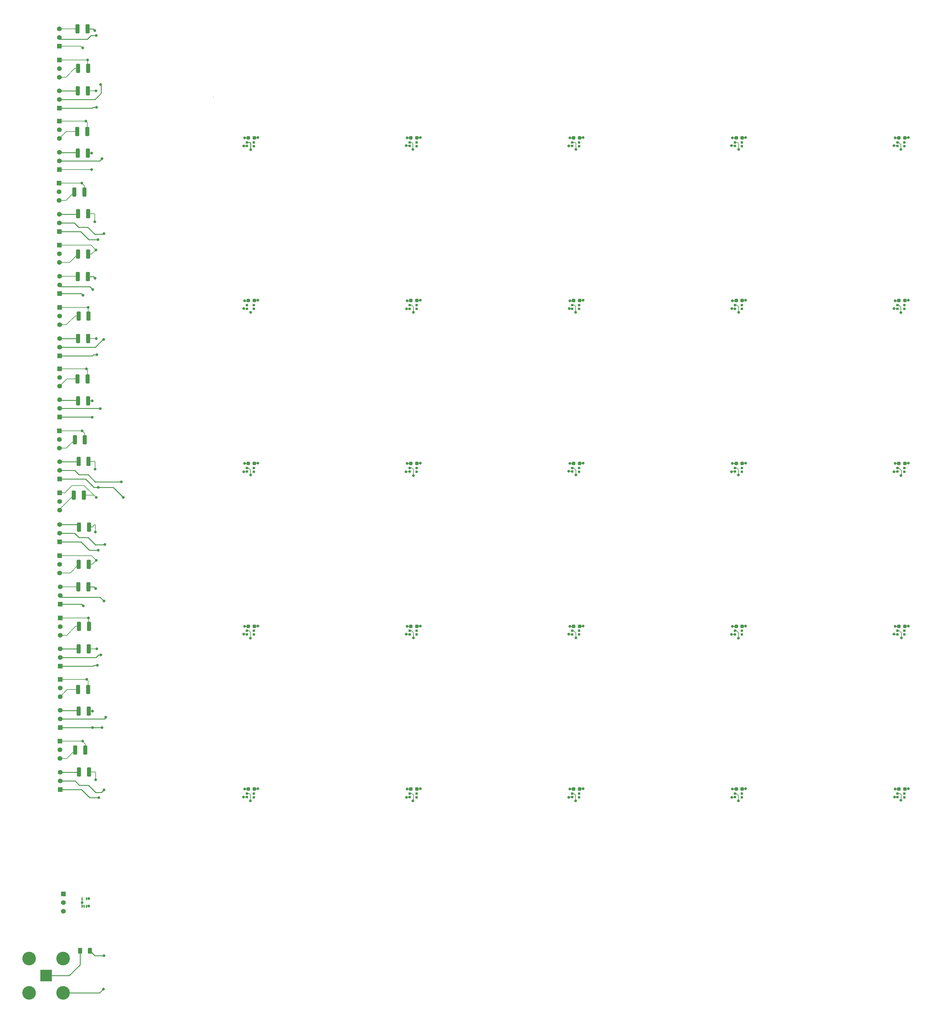
<source format=gbr>
%TF.GenerationSoftware,KiCad,Pcbnew,(6.0.8-1)-1*%
%TF.CreationDate,2024-05-08T11:05:11-04:00*%
%TF.ProjectId,Untitled,556e7469-746c-4656-942e-6b696361645f,rev?*%
%TF.SameCoordinates,Original*%
%TF.FileFunction,Copper,L1,Top*%
%TF.FilePolarity,Positive*%
%FSLAX46Y46*%
G04 Gerber Fmt 4.6, Leading zero omitted, Abs format (unit mm)*
G04 Created by KiCad (PCBNEW (6.0.8-1)-1) date 2024-05-08 11:05:11*
%MOMM*%
%LPD*%
G01*
G04 APERTURE LIST*
G04 Aperture macros list*
%AMRoundRect*
0 Rectangle with rounded corners*
0 $1 Rounding radius*
0 $2 $3 $4 $5 $6 $7 $8 $9 X,Y pos of 4 corners*
0 Add a 4 corners polygon primitive as box body*
4,1,4,$2,$3,$4,$5,$6,$7,$8,$9,$2,$3,0*
0 Add four circle primitives for the rounded corners*
1,1,$1+$1,$2,$3*
1,1,$1+$1,$4,$5*
1,1,$1+$1,$6,$7*
1,1,$1+$1,$8,$9*
0 Add four rect primitives between the rounded corners*
20,1,$1+$1,$2,$3,$4,$5,0*
20,1,$1+$1,$4,$5,$6,$7,0*
20,1,$1+$1,$6,$7,$8,$9,0*
20,1,$1+$1,$8,$9,$2,$3,0*%
G04 Aperture macros list end*
%TA.AperFunction,SMDPad,CuDef*%
%ADD10RoundRect,0.250000X-0.312500X-0.625000X0.312500X-0.625000X0.312500X0.625000X-0.312500X0.625000X0*%
%TD*%
%TA.AperFunction,ComponentPad*%
%ADD11R,1.397000X1.397000*%
%TD*%
%TA.AperFunction,ComponentPad*%
%ADD12C,1.397000*%
%TD*%
%TA.AperFunction,ComponentPad*%
%ADD13R,3.500000X3.500000*%
%TD*%
%TA.AperFunction,ComponentPad*%
%ADD14C,4.000000*%
%TD*%
%TA.AperFunction,SMDPad,CuDef*%
%ADD15RoundRect,0.087500X-0.087500X-0.337500X0.087500X-0.337500X0.087500X0.337500X-0.087500X0.337500X0*%
%TD*%
%TA.AperFunction,SMDPad,CuDef*%
%ADD16RoundRect,0.237500X-0.287500X-0.237500X0.287500X-0.237500X0.287500X0.237500X-0.287500X0.237500X0*%
%TD*%
%TA.AperFunction,SMDPad,CuDef*%
%ADD17R,0.700000X0.700000*%
%TD*%
%TA.AperFunction,SMDPad,CuDef*%
%ADD18RoundRect,0.250000X-0.325000X-1.100000X0.325000X-1.100000X0.325000X1.100000X-0.325000X1.100000X0*%
%TD*%
%TA.AperFunction,ViaPad*%
%ADD19C,0.800000*%
%TD*%
%TA.AperFunction,Conductor*%
%ADD20C,0.250000*%
%TD*%
%TA.AperFunction,Conductor*%
%ADD21C,0.200000*%
%TD*%
G04 APERTURE END LIST*
D10*
%TO.P,50 \u03A9,1*%
%TO.N,N/C*%
X65337500Y-306800000D03*
%TO.P,50 \u03A9,2*%
X68262500Y-306800000D03*
%TD*%
D11*
%TO.P,REF\u002A\u002A,1*%
%TO.N,N/C*%
X60437600Y-290100000D03*
D12*
%TO.P,REF\u002A\u002A,2*%
X60437600Y-292640000D03*
%TO.P,REF\u002A\u002A,3*%
X60437600Y-295180000D03*
%TD*%
D13*
%TO.P,LEDs,1*%
%TO.N,N/C*%
X55387500Y-314087500D03*
D14*
%TO.P,LEDs,2*%
X60412500Y-319112500D03*
X60412500Y-309062500D03*
X50362500Y-319112500D03*
X50362500Y-309062500D03*
%TD*%
D15*
%TO.P,Temp1,1*%
%TO.N,N/C*%
X65937500Y-293687500D03*
%TO.P,Temp1,2*%
X66587500Y-293687500D03*
%TO.P,Temp1,3*%
X67237500Y-293687500D03*
%TO.P,Temp1,4*%
X67237500Y-291487500D03*
%TO.P,Temp1,5*%
X65937500Y-291487500D03*
%TD*%
%TO.P,,3*%
%TO.N,N/C*%
X67237500Y-293687500D03*
%TD*%
D16*
%TO.P,REF\u002A\u002A21,1*%
%TO.N,N/C*%
X162615000Y-259275000D03*
D17*
X164242500Y-260610000D03*
%TO.P,REF\u002A\u002A21,2*%
X162217500Y-260610000D03*
D16*
X164365000Y-259275000D03*
D17*
%TO.P,REF\u002A\u002A21,3*%
X162217500Y-261660000D03*
%TO.P,REF\u002A\u002A21,4*%
X164242500Y-261710000D03*
%TD*%
D18*
%TO.P,10 nF,1*%
%TO.N,N/C*%
X64975000Y-218150000D03*
%TO.P,10 nF,2*%
X67925000Y-218150000D03*
%TD*%
%TO.P,10 nF,1*%
%TO.N,N/C*%
X63525000Y-173000000D03*
%TO.P,10 nF,2*%
X66475000Y-173000000D03*
%TD*%
D16*
%TO.P,REF\u002A\u002A20,1*%
%TO.N,N/C*%
X114815000Y-259275000D03*
D17*
X116442500Y-260610000D03*
%TO.P,REF\u002A\u002A20,2*%
X114417500Y-260610000D03*
D16*
X116565000Y-259275000D03*
D17*
%TO.P,REF\u002A\u002A20,3*%
X114417500Y-261660000D03*
%TO.P,REF\u002A\u002A20,4*%
X116442500Y-261710000D03*
%TD*%
D18*
%TO.P,10 nF,1*%
%TO.N,N/C*%
X64825000Y-102200000D03*
%TO.P,10 nF,2*%
X67775000Y-102200000D03*
%TD*%
D11*
%TO.P,REF\u002A\u002A,1*%
%TO.N,N/C*%
X59500100Y-241237500D03*
D12*
%TO.P,REF\u002A\u002A,2*%
X59500100Y-238697500D03*
%TO.P,REF\u002A\u002A,3*%
X59500100Y-236157500D03*
%TD*%
D18*
%TO.P,10 nF,1*%
%TO.N,N/C*%
X64825000Y-127000000D03*
%TO.P,10 nF,2*%
X67775000Y-127000000D03*
%TD*%
D17*
%TO.P,REF\u002A\u002A5,1*%
%TO.N,N/C*%
X116442500Y-117210000D03*
D16*
X114815000Y-115875000D03*
D17*
%TO.P,REF\u002A\u002A5,2*%
X114417500Y-117210000D03*
D16*
X116565000Y-115875000D03*
D17*
%TO.P,REF\u002A\u002A5,3*%
X114417500Y-118260000D03*
%TO.P,REF\u002A\u002A5,4*%
X116442500Y-118310000D03*
%TD*%
D16*
%TO.P,REF\u002A\u002A3,1*%
%TO.N,N/C*%
X258215000Y-68075000D03*
D17*
X259842500Y-69410000D03*
D16*
%TO.P,REF\u002A\u002A3,2*%
X259965000Y-68075000D03*
D17*
X257817500Y-69410000D03*
%TO.P,REF\u002A\u002A3,3*%
X257817500Y-70460000D03*
%TO.P,REF\u002A\u002A3,4*%
X259842500Y-70510000D03*
%TD*%
D18*
%TO.P,10 nF,1*%
%TO.N,N/C*%
X64975000Y-193350000D03*
%TO.P,10 nF,2*%
X67925000Y-193350000D03*
%TD*%
D11*
%TO.P,REF\u002A\u002A,1*%
%TO.N,N/C*%
X59400100Y-186737500D03*
D12*
%TO.P,REF\u002A\u002A,2*%
X59400100Y-184197500D03*
%TO.P,REF\u002A\u002A,3*%
X59400100Y-181657500D03*
%TD*%
D16*
%TO.P,REF\u002A\u002A4,1*%
%TO.N,N/C*%
X306015000Y-68075000D03*
D17*
X307642500Y-69410000D03*
D16*
%TO.P,REF\u002A\u002A4,2*%
X307765000Y-68075000D03*
D17*
X305617500Y-69410000D03*
%TO.P,REF\u002A\u002A4,3*%
X305617500Y-70460000D03*
%TO.P,REF\u002A\u002A4,4*%
X307642500Y-70510000D03*
%TD*%
D18*
%TO.P,10 nF,1*%
%TO.N,N/C*%
X64875000Y-199950000D03*
%TO.P,10 nF,2*%
X67825000Y-199950000D03*
%TD*%
D17*
%TO.P,REF\u002A\u002A2,1*%
%TO.N,N/C*%
X212042500Y-69410000D03*
D16*
X210415000Y-68075000D03*
D17*
%TO.P,REF\u002A\u002A2,2*%
X210017500Y-69410000D03*
D16*
X212165000Y-68075000D03*
D17*
%TO.P,REF\u002A\u002A2,3*%
X210017500Y-70460000D03*
%TO.P,REF\u002A\u002A2,4*%
X212042500Y-70510000D03*
%TD*%
D16*
%TO.P,REF\u002A\u002A19,1*%
%TO.N,N/C*%
X306015000Y-211475000D03*
D17*
X307642500Y-212810000D03*
D16*
%TO.P,REF\u002A\u002A19,2*%
X307765000Y-211475000D03*
D17*
X305617500Y-212810000D03*
%TO.P,REF\u002A\u002A19,3*%
X305617500Y-213860000D03*
%TO.P,REF\u002A\u002A19,4*%
X307642500Y-213910000D03*
%TD*%
D18*
%TO.P,10 nF,1*%
%TO.N,N/C*%
X65075000Y-211550000D03*
%TO.P,10 nF,2*%
X68025000Y-211550000D03*
%TD*%
%TO.P,10 nF,1*%
%TO.N,N/C*%
X64625000Y-36100000D03*
%TO.P,10 nF,2*%
X67575000Y-36100000D03*
%TD*%
D17*
%TO.P,REF\u002A\u002A7,1*%
%TO.N,N/C*%
X212042500Y-117210000D03*
D16*
X210415000Y-115875000D03*
D17*
%TO.P,REF\u002A\u002A7,2*%
X210017500Y-117210000D03*
D16*
X212165000Y-115875000D03*
D17*
%TO.P,REF\u002A\u002A7,3*%
X210017500Y-118260000D03*
%TO.P,REF\u002A\u002A7,4*%
X212042500Y-118310000D03*
%TD*%
%TO.P,REF\u002A\u002A8,1*%
%TO.N,N/C*%
X259842500Y-117210000D03*
D16*
X258215000Y-115875000D03*
%TO.P,REF\u002A\u002A8,2*%
X259965000Y-115875000D03*
D17*
X257817500Y-117210000D03*
%TO.P,REF\u002A\u002A8,3*%
X257817500Y-118260000D03*
%TO.P,REF\u002A\u002A8,4*%
X259842500Y-118310000D03*
%TD*%
D16*
%TO.P,REF\u002A\u002A14,1*%
%TO.N,N/C*%
X306015000Y-163675000D03*
D17*
X307642500Y-165010000D03*
%TO.P,REF\u002A\u002A14,2*%
X305617500Y-165010000D03*
D16*
X307765000Y-163675000D03*
D17*
%TO.P,REF\u002A\u002A14,3*%
X305617500Y-166060000D03*
%TO.P,REF\u002A\u002A14,4*%
X307642500Y-166110000D03*
%TD*%
%TO.P,REF\u002A\u002A23,1*%
%TO.N,N/C*%
X259842500Y-260610000D03*
D16*
X258215000Y-259275000D03*
D17*
%TO.P,REF\u002A\u002A23,2*%
X257817500Y-260610000D03*
D16*
X259965000Y-259275000D03*
D17*
%TO.P,REF\u002A\u002A23,3*%
X257817500Y-261660000D03*
%TO.P,REF\u002A\u002A23,4*%
X259842500Y-261710000D03*
%TD*%
%TO.P,REF\u002A\u002A24,1*%
%TO.N,N/C*%
X307642500Y-260610000D03*
D16*
X306015000Y-259275000D03*
D17*
%TO.P,REF\u002A\u002A24,2*%
X305617500Y-260610000D03*
D16*
X307765000Y-259275000D03*
D17*
%TO.P,REF\u002A\u002A24,3*%
X305617500Y-261660000D03*
%TO.P,REF\u002A\u002A24,4*%
X307642500Y-261710000D03*
%TD*%
%TO.P,REF\u002A\u002A16,1*%
%TO.N,N/C*%
X164242500Y-212810000D03*
D16*
X162615000Y-211475000D03*
%TO.P,REF\u002A\u002A16,2*%
X164365000Y-211475000D03*
D17*
X162217500Y-212810000D03*
%TO.P,REF\u002A\u002A16,3*%
X162217500Y-213860000D03*
%TO.P,REF\u002A\u002A16,4*%
X164242500Y-213910000D03*
%TD*%
D18*
%TO.P,10 nF,1*%
%TO.N,N/C*%
X65025000Y-182400000D03*
%TO.P,10 nF,2*%
X67975000Y-182400000D03*
%TD*%
%TO.P,10 nF,1*%
%TO.N,N/C*%
X64975000Y-236450000D03*
%TO.P,10 nF,2*%
X67925000Y-236450000D03*
%TD*%
%TO.P,10 nF,1*%
%TO.N,N/C*%
X64525000Y-66200000D03*
%TO.P,10 nF,2*%
X67475000Y-66200000D03*
%TD*%
D11*
%TO.P,REF\u002A\u002A,1*%
%TO.N,N/C*%
X59350100Y-132087500D03*
D12*
%TO.P,REF\u002A\u002A,2*%
X59350100Y-129547500D03*
%TO.P,REF\u002A\u002A,3*%
X59350100Y-127007500D03*
%TD*%
D11*
%TO.P,REF\u002A\u002A,1*%
%TO.N,N/C*%
X59500100Y-204977500D03*
D12*
%TO.P,REF\u002A\u002A,2*%
X59500100Y-202437500D03*
%TO.P,REF\u002A\u002A,3*%
X59500100Y-199897500D03*
%TD*%
D11*
%TO.P,REF\u002A\u002A,1*%
%TO.N,N/C*%
X59350100Y-113827500D03*
D12*
%TO.P,REF\u002A\u002A,2*%
X59350100Y-111287500D03*
%TO.P,REF\u002A\u002A,3*%
X59350100Y-108747500D03*
%TD*%
D17*
%TO.P,REF\u002A\u002A10,1*%
%TO.N,N/C*%
X116442500Y-165010000D03*
D16*
X114815000Y-163675000D03*
%TO.P,REF\u002A\u002A10,2*%
X116565000Y-163675000D03*
D17*
X114417500Y-165010000D03*
%TO.P,REF\u002A\u002A10,3*%
X114417500Y-166060000D03*
%TO.P,REF\u002A\u002A10,4*%
X116442500Y-166110000D03*
%TD*%
D18*
%TO.P,10 nF,1*%
%TO.N,N/C*%
X64825000Y-90400000D03*
%TO.P,10 nF,2*%
X67775000Y-90400000D03*
%TD*%
D17*
%TO.P,REF\u002A\u002A6,1*%
%TO.N,N/C*%
X164242500Y-117210000D03*
D16*
X162615000Y-115875000D03*
%TO.P,REF\u002A\u002A6,2*%
X164365000Y-115875000D03*
D17*
X162217500Y-117210000D03*
%TO.P,REF\u002A\u002A6,3*%
X162217500Y-118260000D03*
%TO.P,REF\u002A\u002A6,4*%
X164242500Y-118310000D03*
%TD*%
D11*
%TO.P,REF\u002A\u002A,1*%
%TO.N,N/C*%
X59250100Y-41127500D03*
D12*
%TO.P,REF\u002A\u002A,2*%
X59250100Y-38587500D03*
%TO.P,REF\u002A\u002A,3*%
X59250100Y-36047500D03*
%TD*%
D17*
%TO.P,REF\u002A\u002A17,1*%
%TO.N,N/C*%
X212042500Y-212810000D03*
D16*
X210415000Y-211475000D03*
D17*
%TO.P,REF\u002A\u002A17,2*%
X210017500Y-212810000D03*
D16*
X212165000Y-211475000D03*
D17*
%TO.P,REF\u002A\u002A17,3*%
X210017500Y-213860000D03*
%TO.P,REF\u002A\u002A17,4*%
X212042500Y-213910000D03*
%TD*%
D11*
%TO.P,REF\u002A\u002A,1*%
%TO.N,N/C*%
X59350100Y-150087500D03*
D12*
%TO.P,REF\u002A\u002A,2*%
X59350100Y-147547500D03*
%TO.P,REF\u002A\u002A,3*%
X59350100Y-145007500D03*
%TD*%
D18*
%TO.P,10 nF,1*%
%TO.N,N/C*%
X63825000Y-156700000D03*
%TO.P,10 nF,2*%
X66775000Y-156700000D03*
%TD*%
%TO.P,10 nF,1*%
%TO.N,N/C*%
X64825000Y-47700000D03*
%TO.P,10 nF,2*%
X67775000Y-47700000D03*
%TD*%
%TO.P,10 nF,1*%
%TO.N,N/C*%
X64725000Y-72600000D03*
%TO.P,10 nF,2*%
X67675000Y-72600000D03*
%TD*%
%TO.P,10 nF,1*%
%TO.N,N/C*%
X64625000Y-138900000D03*
%TO.P,10 nF,2*%
X67575000Y-138900000D03*
%TD*%
%TO.P,10 nF,1*%
%TO.N,N/C*%
X64725000Y-54300000D03*
%TO.P,10 nF,2*%
X67675000Y-54300000D03*
%TD*%
D11*
%TO.P,REF\u002A\u002A,1*%
%TO.N,N/C*%
X59350100Y-168287500D03*
D12*
%TO.P,REF\u002A\u002A,2*%
X59350100Y-165747500D03*
%TO.P,REF\u002A\u002A,3*%
X59350100Y-163207500D03*
%TD*%
D18*
%TO.P,10 nF,1*%
%TO.N,N/C*%
X63725000Y-84000000D03*
%TO.P,10 nF,2*%
X66675000Y-84000000D03*
%TD*%
D11*
%TO.P,REF\u002A\u002A,1*%
%TO.N,N/C*%
X59250100Y-95587500D03*
D12*
%TO.P,REF\u002A\u002A,2*%
X59250100Y-93047500D03*
%TO.P,REF\u002A\u002A,3*%
X59250100Y-90507500D03*
%TD*%
D16*
%TO.P,REF\u002A\u002A12,1*%
%TO.N,N/C*%
X210415000Y-163675000D03*
D17*
X212042500Y-165010000D03*
D16*
%TO.P,REF\u002A\u002A12,2*%
X212165000Y-163675000D03*
D17*
X210017500Y-165010000D03*
%TO.P,REF\u002A\u002A12,3*%
X210017500Y-166060000D03*
%TO.P,REF\u002A\u002A12,4*%
X212042500Y-166110000D03*
%TD*%
D16*
%TO.P,REF\u002A\u002A22,1*%
%TO.N,N/C*%
X210415000Y-259275000D03*
D17*
X212042500Y-260610000D03*
%TO.P,REF\u002A\u002A22,2*%
X210017500Y-260610000D03*
D16*
X212165000Y-259275000D03*
D17*
%TO.P,REF\u002A\u002A22,3*%
X210017500Y-261660000D03*
%TO.P,REF\u002A\u002A22,4*%
X212042500Y-261710000D03*
%TD*%
D18*
%TO.P,10 nF,1*%
%TO.N,N/C*%
X64775000Y-230050000D03*
%TO.P,10 nF,2*%
X67725000Y-230050000D03*
%TD*%
D17*
%TO.P,REF\u002A\u002A15,1*%
%TO.N,N/C*%
X116442500Y-212810000D03*
D16*
X114815000Y-211475000D03*
D17*
%TO.P,REF\u002A\u002A15,2*%
X114417500Y-212810000D03*
D16*
X116565000Y-211475000D03*
D17*
%TO.P,REF\u002A\u002A15,3*%
X114417500Y-213860000D03*
%TO.P,REF\u002A\u002A15,4*%
X116442500Y-213910000D03*
%TD*%
D18*
%TO.P,10 nF,1*%
%TO.N,N/C*%
X64925000Y-120400000D03*
%TO.P,10 nF,2*%
X67875000Y-120400000D03*
%TD*%
%TO.P,10 nF,1*%
%TO.N,N/C*%
X65075000Y-254250000D03*
%TO.P,10 nF,2*%
X68025000Y-254250000D03*
%TD*%
D11*
%TO.P,REF\u002A\u002A,1*%
%TO.N,N/C*%
X59250100Y-77387500D03*
D12*
%TO.P,REF\u002A\u002A,2*%
X59250100Y-74847500D03*
%TO.P,REF\u002A\u002A,3*%
X59250100Y-72307500D03*
%TD*%
D16*
%TO.P,REF\u002A\u002A9,1*%
%TO.N,N/C*%
X306015000Y-115875000D03*
D17*
X307642500Y-117210000D03*
%TO.P,REF\u002A\u002A9,2*%
X305617500Y-117210000D03*
D16*
X307765000Y-115875000D03*
D17*
%TO.P,REF\u002A\u002A9,3*%
X305617500Y-118260000D03*
%TO.P,REF\u002A\u002A9,4*%
X307642500Y-118310000D03*
%TD*%
%TO.P,REF\u002A\u002A13,1*%
%TO.N,N/C*%
X259842500Y-165010000D03*
D16*
X258215000Y-163675000D03*
D17*
%TO.P,REF\u002A\u002A13,2*%
X257817500Y-165010000D03*
D16*
X259965000Y-163675000D03*
D17*
%TO.P,REF\u002A\u002A13,3*%
X257817500Y-166060000D03*
%TO.P,REF\u002A\u002A13,4*%
X259842500Y-166110000D03*
%TD*%
D18*
%TO.P,10 nF,1*%
%TO.N,N/C*%
X63975000Y-247850000D03*
%TO.P,10 nF,2*%
X66925000Y-247850000D03*
%TD*%
D17*
%TO.P,REF\u002A\u002A1,1*%
%TO.N,N/C*%
X164242500Y-69410000D03*
D16*
X162615000Y-68075000D03*
%TO.P,REF\u002A\u002A1,2*%
X164365000Y-68075000D03*
D17*
X162217500Y-69410000D03*
%TO.P,REF\u002A\u002A1,3*%
X162217500Y-70460000D03*
%TO.P,REF\u002A\u002A1,4*%
X164242500Y-70510000D03*
%TD*%
D18*
%TO.P,10 nF,1*%
%TO.N,N/C*%
X64825000Y-145300000D03*
%TO.P,10 nF,2*%
X67775000Y-145300000D03*
%TD*%
D11*
%TO.P,REF\u002A\u002A,1*%
%TO.N,N/C*%
X59250100Y-59387500D03*
D12*
%TO.P,REF\u002A\u002A,2*%
X59250100Y-56847500D03*
%TO.P,REF\u002A\u002A,3*%
X59250100Y-54307500D03*
%TD*%
D16*
%TO.P,REF\u002A\u002A18,1*%
%TO.N,N/C*%
X258215000Y-211475000D03*
D17*
X259842500Y-212810000D03*
%TO.P,REF\u002A\u002A18,2*%
X257817500Y-212810000D03*
D16*
X259965000Y-211475000D03*
D17*
%TO.P,REF\u002A\u002A18,3*%
X257817500Y-213860000D03*
%TO.P,REF\u002A\u002A18,4*%
X259842500Y-213910000D03*
%TD*%
D11*
%TO.P,REF\u002A\u002A,1*%
%TO.N,N/C*%
X59500100Y-223237500D03*
D12*
%TO.P,REF\u002A\u002A,2*%
X59500100Y-220697500D03*
%TO.P,REF\u002A\u002A,3*%
X59500100Y-218157500D03*
%TD*%
D11*
%TO.P,REF\u002A\u002A,1*%
%TO.N,N/C*%
X59500100Y-259437500D03*
D12*
%TO.P,REF\u002A\u002A,2*%
X59500100Y-256897500D03*
%TO.P,REF\u002A\u002A,3*%
X59500100Y-254357500D03*
%TD*%
D18*
%TO.P,10 nF,1*%
%TO.N,N/C*%
X64725000Y-108800000D03*
%TO.P,10 nF,2*%
X67675000Y-108800000D03*
%TD*%
D16*
%TO.P,REF\u002A\u002A,1*%
%TO.N,N/C*%
X114815000Y-68075000D03*
D17*
X116442500Y-69410000D03*
%TO.P,REF\u002A\u002A,2*%
X114417500Y-69410000D03*
D16*
X116565000Y-68075000D03*
D17*
%TO.P,REF\u002A\u002A,3*%
X114417500Y-70460000D03*
%TO.P,REF\u002A\u002A,4*%
X116442500Y-70510000D03*
%TD*%
D18*
%TO.P,10 nF,1*%
%TO.N,N/C*%
X64925000Y-163100000D03*
%TO.P,10 nF,2*%
X67875000Y-163100000D03*
%TD*%
D17*
%TO.P,REF\u002A\u002A11,1*%
%TO.N,N/C*%
X164242500Y-165010000D03*
D16*
X162615000Y-163675000D03*
%TO.P,REF\u002A\u002A11,2*%
X164365000Y-163675000D03*
D17*
X162217500Y-165010000D03*
%TO.P,REF\u002A\u002A11,3*%
X162217500Y-166060000D03*
%TO.P,REF\u002A\u002A11,4*%
X164242500Y-166110000D03*
%TD*%
D11*
%TO.P,REF\u002A\u002A,1*%
%TO.N,N/C*%
X59350100Y-172312500D03*
D12*
%TO.P,REF\u002A\u002A,2*%
X59350100Y-174852500D03*
%TO.P,REF\u002A\u002A,3*%
X59350100Y-177392500D03*
%TD*%
D11*
%TO.P,REF\u002A\u002A,1*%
%TO.N,N/C*%
X59250100Y-99612500D03*
D12*
%TO.P,REF\u002A\u002A,2*%
X59250100Y-102152500D03*
%TO.P,REF\u002A\u002A,3*%
X59250100Y-104692500D03*
%TD*%
D11*
%TO.P,REF\u002A\u002A,1*%
%TO.N,N/C*%
X59350100Y-135912500D03*
D12*
%TO.P,REF\u002A\u002A,2*%
X59350100Y-138452500D03*
%TO.P,REF\u002A\u002A,3*%
X59350100Y-140992500D03*
%TD*%
D11*
%TO.P,REF\u002A\u002A,1*%
%TO.N,N/C*%
X59450000Y-245250000D03*
D12*
%TO.P,REF\u002A\u002A,2*%
X59450000Y-247790000D03*
%TO.P,REF\u002A\u002A,3*%
X59450000Y-250330000D03*
%TD*%
D11*
%TO.P,REF\u002A\u002A,1*%
%TO.N,N/C*%
X59250100Y-63212500D03*
D12*
%TO.P,REF\u002A\u002A,2*%
X59250100Y-65752500D03*
%TO.P,REF\u002A\u002A,3*%
X59250100Y-68292500D03*
%TD*%
D11*
%TO.P,REF\u002A\u002A,1*%
%TO.N,N/C*%
X59400100Y-190762500D03*
D12*
%TO.P,REF\u002A\u002A,2*%
X59400100Y-193302500D03*
%TO.P,REF\u002A\u002A,3*%
X59400100Y-195842500D03*
%TD*%
D11*
%TO.P,REF\u002A\u002A,1*%
%TO.N,N/C*%
X59200000Y-81400000D03*
D12*
%TO.P,REF\u002A\u002A,2*%
X59200000Y-83940000D03*
%TO.P,REF\u002A\u002A,3*%
X59200000Y-86480000D03*
%TD*%
D11*
%TO.P,REF\u002A\u002A,1*%
%TO.N,N/C*%
X59350100Y-117912500D03*
D12*
%TO.P,REF\u002A\u002A,2*%
X59350100Y-120452500D03*
%TO.P,REF\u002A\u002A,3*%
X59350100Y-122992500D03*
%TD*%
D11*
%TO.P,REF\u002A\u002A,1*%
%TO.N,N/C*%
X59500100Y-227062500D03*
D12*
%TO.P,REF\u002A\u002A,2*%
X59500100Y-229602500D03*
%TO.P,REF\u002A\u002A,3*%
X59500100Y-232142500D03*
%TD*%
D11*
%TO.P,REF\u002A\u002A,1*%
%TO.N,N/C*%
X59500100Y-209062500D03*
D12*
%TO.P,REF\u002A\u002A,2*%
X59500100Y-211602500D03*
%TO.P,REF\u002A\u002A,3*%
X59500100Y-214142500D03*
%TD*%
D11*
%TO.P,REF\u002A\u002A,1*%
%TO.N,N/C*%
X59300000Y-154100000D03*
D12*
%TO.P,REF\u002A\u002A,2*%
X59300000Y-156640000D03*
%TO.P,REF\u002A\u002A,3*%
X59300000Y-159180000D03*
%TD*%
D11*
%TO.P,REF\u002A\u002A,1*%
%TO.N,N/C*%
X59250100Y-45212500D03*
D12*
%TO.P,REF\u002A\u002A,2*%
X59250100Y-47752500D03*
%TO.P,REF\u002A\u002A,3*%
X59250100Y-50292500D03*
%TD*%
D19*
%TO.N,*%
X304900000Y-259300000D03*
X308800000Y-259200000D03*
X257100000Y-259300000D03*
X261000000Y-259200000D03*
X209300000Y-259300000D03*
X213200000Y-259200000D03*
X161500000Y-259300000D03*
X165400000Y-259200000D03*
X113700000Y-259300000D03*
X117600000Y-259200000D03*
X304900000Y-211500000D03*
X308800000Y-211400000D03*
X257100000Y-211500000D03*
X261000000Y-211400000D03*
X209300000Y-211500000D03*
X213200000Y-211400000D03*
X161500000Y-211500000D03*
X165400000Y-211400000D03*
X113700000Y-211500000D03*
X117600000Y-211400000D03*
X304900000Y-163700000D03*
X308800000Y-163600000D03*
X257100000Y-163700000D03*
X261000000Y-163600000D03*
X209300000Y-163700000D03*
X213200000Y-163600000D03*
X161500000Y-163700000D03*
X165400000Y-163600000D03*
X113700000Y-163700000D03*
X117600000Y-163600000D03*
X304900000Y-115900000D03*
X308800000Y-115800000D03*
X257100000Y-115900000D03*
X261000000Y-115800000D03*
X209300000Y-115900000D03*
X213200000Y-115800000D03*
X161500000Y-115900000D03*
X165400000Y-115800000D03*
X113700000Y-115900000D03*
X117600000Y-115800000D03*
X304900000Y-68100000D03*
X308800000Y-68000000D03*
X257100000Y-68100000D03*
X261000000Y-68000000D03*
X209300000Y-68100000D03*
X213200000Y-68000000D03*
X161500000Y-68100000D03*
X165400000Y-68000000D03*
X117600000Y-68000000D03*
X113700000Y-68100000D03*
X67887500Y-293637500D03*
X65937500Y-292587500D03*
X72400000Y-308200000D03*
X67887500Y-291437500D03*
X72200000Y-318000000D03*
X70000000Y-54300000D03*
X163200000Y-262700000D03*
X77500000Y-169100000D03*
X70200000Y-59100000D03*
X256900000Y-118200000D03*
X163300000Y-167200000D03*
X70700000Y-170700000D03*
X66150000Y-245250000D03*
X113500000Y-166100000D03*
X209100000Y-118200000D03*
X70300000Y-131800000D03*
X211000000Y-262700000D03*
X113500000Y-213800000D03*
X72400000Y-96200000D03*
X69050000Y-241250000D03*
X67112500Y-63212500D03*
X72300000Y-127300000D03*
X69950000Y-200450000D03*
X256800000Y-166100000D03*
X66000000Y-154100000D03*
X304700000Y-261600000D03*
X72400000Y-259500000D03*
X163200000Y-71500000D03*
X163300000Y-119300000D03*
X67362500Y-227062500D03*
X70850000Y-261850000D03*
X306600000Y-262600000D03*
X67212500Y-135912500D03*
X113500000Y-70500000D03*
X161300000Y-261700000D03*
X209000000Y-261700000D03*
X71800000Y-241237500D03*
X113500000Y-118200000D03*
X161200000Y-70400000D03*
X70750000Y-189150000D03*
X66100000Y-41637506D03*
X115500000Y-119300000D03*
X115500000Y-167100000D03*
X211100000Y-167100000D03*
X70150000Y-192150000D03*
X256800000Y-70400000D03*
X306600000Y-167200000D03*
X65900000Y-81400000D03*
X115500000Y-71600000D03*
X70100000Y-38000000D03*
X69800000Y-109300000D03*
X67862500Y-209062500D03*
X69950000Y-256550000D03*
X115400000Y-262700000D03*
X69700000Y-92700000D03*
X211000000Y-119300000D03*
X304600000Y-213800000D03*
X71800000Y-74200000D03*
X68800000Y-77400000D03*
X258800000Y-262700000D03*
X256800000Y-213900000D03*
X209000000Y-213800000D03*
X161200000Y-213800000D03*
X209000000Y-166000000D03*
X70250000Y-218150000D03*
X69700000Y-36600000D03*
X78100000Y-173700000D03*
X67612500Y-45212500D03*
X161300000Y-118300000D03*
X163300000Y-214900000D03*
X304600000Y-70400000D03*
X72400000Y-204100000D03*
X306600000Y-71500000D03*
X68800000Y-72600000D03*
X211100000Y-71500000D03*
X113400000Y-261600000D03*
X161100000Y-166100000D03*
X69100000Y-112600000D03*
X258900000Y-71500000D03*
X70600000Y-98000000D03*
X72700000Y-187500000D03*
X306800000Y-214900000D03*
X72900000Y-238200000D03*
X67712500Y-117912500D03*
X70000000Y-101000000D03*
X68900000Y-150100000D03*
X115400000Y-215000000D03*
X69050000Y-236450000D03*
X71300000Y-147600000D03*
X71400000Y-52400000D03*
X258800000Y-215000000D03*
X211100000Y-214900000D03*
X66200000Y-114337506D03*
X69800000Y-165400000D03*
X256900000Y-261700000D03*
X66350000Y-205487506D03*
X304600000Y-166100000D03*
X70100000Y-173700000D03*
X258800000Y-167100000D03*
X70450000Y-222950000D03*
X71500000Y-219900000D03*
X68900000Y-145300000D03*
X209000000Y-70500000D03*
X304600000Y-118200000D03*
X69850000Y-183850000D03*
X306600000Y-119400000D03*
X258900000Y-119300000D03*
X70100000Y-127000000D03*
%TD*%
D20*
%TO.N,*%
X72200000Y-318000000D02*
X71087500Y-319112500D01*
X71087500Y-319112500D02*
X60412500Y-319112500D01*
X72400000Y-308200000D02*
X69662500Y-308200000D01*
X69662500Y-308200000D02*
X68262500Y-306800000D01*
X55387500Y-314087500D02*
X62187500Y-314087500D01*
X62187500Y-314087500D02*
X65337500Y-310937500D01*
X65337500Y-310937500D02*
X65337500Y-306800000D01*
D21*
X307765000Y-259275000D02*
X308725000Y-259275000D01*
D20*
X304900000Y-259300000D02*
X305990000Y-259300000D01*
D21*
X259965000Y-259275000D02*
X260925000Y-259275000D01*
D20*
X257100000Y-259300000D02*
X258190000Y-259300000D01*
D21*
X212165000Y-259275000D02*
X213125000Y-259275000D01*
D20*
X209300000Y-259300000D02*
X210390000Y-259300000D01*
D21*
X164365000Y-259275000D02*
X165325000Y-259275000D01*
D20*
X161500000Y-259300000D02*
X162590000Y-259300000D01*
D21*
X116565000Y-259275000D02*
X117525000Y-259275000D01*
D20*
X113700000Y-259300000D02*
X114790000Y-259300000D01*
D21*
X307765000Y-211475000D02*
X308725000Y-211475000D01*
D20*
X304900000Y-211500000D02*
X305990000Y-211500000D01*
D21*
X259965000Y-211475000D02*
X260925000Y-211475000D01*
D20*
X257100000Y-211500000D02*
X258190000Y-211500000D01*
D21*
X212165000Y-211475000D02*
X213125000Y-211475000D01*
D20*
X209300000Y-211500000D02*
X210390000Y-211500000D01*
D21*
X164365000Y-211475000D02*
X165325000Y-211475000D01*
D20*
X161500000Y-211500000D02*
X162590000Y-211500000D01*
D21*
X116565000Y-211475000D02*
X117525000Y-211475000D01*
D20*
X113700000Y-211500000D02*
X114790000Y-211500000D01*
D21*
X307765000Y-163675000D02*
X308725000Y-163675000D01*
D20*
X304900000Y-163700000D02*
X305990000Y-163700000D01*
D21*
X259965000Y-163675000D02*
X260925000Y-163675000D01*
D20*
X257100000Y-163700000D02*
X258190000Y-163700000D01*
D21*
X212165000Y-163675000D02*
X213125000Y-163675000D01*
D20*
X209300000Y-163700000D02*
X210390000Y-163700000D01*
D21*
X164365000Y-163675000D02*
X165325000Y-163675000D01*
D20*
X161500000Y-163700000D02*
X162590000Y-163700000D01*
D21*
X116565000Y-163675000D02*
X117525000Y-163675000D01*
D20*
X113700000Y-163700000D02*
X114790000Y-163700000D01*
D21*
X307765000Y-115875000D02*
X308725000Y-115875000D01*
D20*
X304900000Y-115900000D02*
X305990000Y-115900000D01*
D21*
X259965000Y-115875000D02*
X260925000Y-115875000D01*
D20*
X257100000Y-115900000D02*
X258190000Y-115900000D01*
D21*
X212165000Y-115875000D02*
X213125000Y-115875000D01*
D20*
X209300000Y-115900000D02*
X210390000Y-115900000D01*
D21*
X164365000Y-115875000D02*
X165325000Y-115875000D01*
D20*
X161500000Y-115900000D02*
X162590000Y-115900000D01*
D21*
X116565000Y-115875000D02*
X117525000Y-115875000D01*
D20*
X113700000Y-115900000D02*
X114790000Y-115900000D01*
D21*
X307765000Y-68075000D02*
X308725000Y-68075000D01*
D20*
X304900000Y-68100000D02*
X305990000Y-68100000D01*
D21*
X259965000Y-68075000D02*
X260925000Y-68075000D01*
D20*
X257100000Y-68100000D02*
X258190000Y-68100000D01*
D21*
X212165000Y-68075000D02*
X213125000Y-68075000D01*
D20*
X209300000Y-68100000D02*
X210390000Y-68100000D01*
D21*
X164365000Y-68075000D02*
X165325000Y-68075000D01*
D20*
X161500000Y-68100000D02*
X162590000Y-68100000D01*
D21*
X116565000Y-68075000D02*
X117525000Y-68075000D01*
X117525000Y-68075000D02*
X117600000Y-68000000D01*
D20*
X113700000Y-68100000D02*
X114790000Y-68100000D01*
X114790000Y-68100000D02*
X114815000Y-68075000D01*
D21*
X66587500Y-293637500D02*
X65937500Y-293637500D01*
X65937500Y-291287500D02*
X65937500Y-292437500D01*
X67237500Y-293637500D02*
X67887500Y-293637500D01*
X65937500Y-292437500D02*
X65937500Y-293487500D01*
X67237500Y-291437500D02*
X67887500Y-291437500D01*
X210017500Y-261660000D02*
X209040000Y-261660000D01*
X209957500Y-166000000D02*
X210017500Y-166060000D01*
X161260000Y-213860000D02*
X161200000Y-213800000D01*
D20*
X69950000Y-200450000D02*
X69450000Y-199950000D01*
D21*
X162910000Y-165010000D02*
X163300000Y-165400000D01*
D20*
X69450000Y-199950000D02*
X67225000Y-199950000D01*
X59500100Y-241237500D02*
X71800000Y-241237500D01*
D21*
X305557500Y-70400000D02*
X305617500Y-70460000D01*
X61457500Y-214142500D02*
X64050000Y-211550000D01*
X304600000Y-118200000D02*
X305557500Y-118200000D01*
X306600000Y-117900000D02*
X306600000Y-119400000D01*
X209000000Y-70500000D02*
X209977500Y-70500000D01*
X162810000Y-69410000D02*
X163200000Y-69800000D01*
X258900000Y-117700000D02*
X258900000Y-119300000D01*
X256900000Y-261700000D02*
X257777500Y-261700000D01*
X210810000Y-69410000D02*
X211100000Y-69700000D01*
X114417500Y-260610000D02*
X115110000Y-260610000D01*
X163300000Y-261000000D02*
X163300000Y-262600000D01*
D20*
X59270100Y-39097506D02*
X66397506Y-39097506D01*
D21*
X68800000Y-102200000D02*
X67775000Y-102200000D01*
X115110000Y-260610000D02*
X115400000Y-260900000D01*
X63275000Y-173250000D02*
X59350100Y-177174900D01*
X114377500Y-166100000D02*
X114417500Y-166060000D01*
X70100000Y-173700000D02*
X66600000Y-170200000D01*
X305577500Y-166100000D02*
X305617500Y-166060000D01*
X210017500Y-213860000D02*
X209060000Y-213860000D01*
X258900000Y-213500000D02*
X258900000Y-214900000D01*
D20*
X59250100Y-56847500D02*
X69752500Y-56847500D01*
D21*
X210017500Y-117210000D02*
X210610000Y-117210000D01*
X67725000Y-227425000D02*
X67725000Y-230050000D01*
X69850000Y-254250000D02*
X69950000Y-254350000D01*
X114910000Y-165010000D02*
X114417500Y-165010000D01*
X211100000Y-165700000D02*
X211100000Y-167100000D01*
X59250100Y-45212500D02*
X67612500Y-45212500D01*
X63972500Y-36047500D02*
X64525000Y-36600000D01*
D20*
X71500000Y-219900000D02*
X70800000Y-219900000D01*
X69400000Y-170700000D02*
X66987500Y-168287500D01*
D21*
X61345000Y-159180000D02*
X59300000Y-159180000D01*
X59350100Y-177174900D02*
X59350100Y-177392500D01*
X66000000Y-154100000D02*
X66775000Y-154875000D01*
X67362500Y-227062500D02*
X59500100Y-227062500D01*
D20*
X69800000Y-169100000D02*
X69900000Y-169200000D01*
X69012500Y-132087500D02*
X69300000Y-131800000D01*
X65839994Y-204977500D02*
X66350000Y-205487506D01*
D21*
X305617500Y-69410000D02*
X305910000Y-69410000D01*
X67112500Y-63212500D02*
X67475000Y-63575000D01*
D20*
X70850000Y-261850000D02*
X68175000Y-261850000D01*
D21*
X113500000Y-166100000D02*
X114377500Y-166100000D01*
D20*
X59500100Y-256897500D02*
X63897500Y-256897500D01*
D21*
X67712500Y-117912500D02*
X67712500Y-120237500D01*
X258210000Y-260610000D02*
X258900000Y-261300000D01*
D20*
X72100000Y-127300000D02*
X72300000Y-127300000D01*
D21*
X69700000Y-92700000D02*
X69700000Y-90500000D01*
X258900000Y-262600000D02*
X258800000Y-262700000D01*
X67775000Y-145300000D02*
X67575000Y-145100000D01*
D20*
X59887700Y-132087500D02*
X69012500Y-132087500D01*
D21*
X306700000Y-262500000D02*
X306600000Y-262600000D01*
D20*
X67502494Y-39097506D02*
X68600000Y-38000000D01*
D21*
X305617500Y-212810000D02*
X306110000Y-212810000D01*
D20*
X69200000Y-59100000D02*
X70200000Y-59100000D01*
X64600000Y-72400000D02*
X59342600Y-72400000D01*
X72900000Y-238200000D02*
X72950000Y-238250000D01*
D21*
X305617500Y-117210000D02*
X305910000Y-117210000D01*
X63725000Y-84000000D02*
X61245000Y-86480000D01*
X62482500Y-195842500D02*
X59400100Y-195842500D01*
X211100000Y-213500000D02*
X211100000Y-214900000D01*
X210510000Y-260610000D02*
X211000000Y-261100000D01*
X70100000Y-127000000D02*
X67775000Y-127000000D01*
D20*
X69162500Y-223237500D02*
X60037700Y-223237500D01*
X69752500Y-56847500D02*
X71600000Y-55000000D01*
X72950000Y-238350000D02*
X72602500Y-238697500D01*
X63525000Y-90507500D02*
X59250100Y-90507500D01*
D21*
X162910000Y-260610000D02*
X163300000Y-261000000D01*
X258410000Y-117210000D02*
X258900000Y-117700000D01*
D20*
X59250100Y-54307500D02*
X59257600Y-54300000D01*
X72200000Y-96400000D02*
X72400000Y-96200000D01*
X64975000Y-218150000D02*
X64775000Y-217950000D01*
D21*
X63800000Y-47700000D02*
X64825000Y-47700000D01*
D20*
X69950000Y-260250000D02*
X70050000Y-260350000D01*
D21*
X67712500Y-120237500D02*
X67875000Y-120400000D01*
X68775000Y-182400000D02*
X68900000Y-182400000D01*
D20*
X69850000Y-187550000D02*
X69950000Y-187650000D01*
X69950000Y-260250000D02*
X71650000Y-260250000D01*
X64717500Y-90507500D02*
X64825000Y-90400000D01*
X69700000Y-96400000D02*
X69800000Y-96500000D01*
D21*
X62332500Y-104692500D02*
X59250100Y-104692500D01*
X69800000Y-165400000D02*
X69800000Y-163200000D01*
X70000000Y-101000000D02*
X68612500Y-99612500D01*
D20*
X69850000Y-187550000D02*
X72650000Y-187550000D01*
D21*
X69600000Y-90400000D02*
X69700000Y-90500000D01*
D20*
X70700000Y-170700000D02*
X69400000Y-170700000D01*
X59400100Y-184197500D02*
X63797500Y-184197500D01*
D21*
X67112500Y-63212500D02*
X59250100Y-63212500D01*
X114357500Y-261600000D02*
X114417500Y-261660000D01*
D20*
X64967500Y-254357500D02*
X65075000Y-254250000D01*
X69450000Y-222950000D02*
X69162500Y-223237500D01*
X63675000Y-181657500D02*
X59400100Y-181657500D01*
D21*
X70250000Y-218150000D02*
X67925000Y-218150000D01*
X258210000Y-212810000D02*
X258900000Y-213500000D01*
D20*
X59342600Y-72400000D02*
X59250100Y-72307500D01*
X65512500Y-95587500D02*
X59250100Y-95587500D01*
D21*
X258900000Y-214900000D02*
X258800000Y-215000000D01*
D20*
X69852500Y-129547500D02*
X72100000Y-127300000D01*
X59370100Y-111797506D02*
X68297506Y-111797506D01*
X59500100Y-204977500D02*
X65839994Y-204977500D01*
D21*
X305910000Y-117210000D02*
X306600000Y-117900000D01*
X210017500Y-260610000D02*
X210510000Y-260610000D01*
X163300000Y-165400000D02*
X163300000Y-167200000D01*
D20*
X65689994Y-113827500D02*
X66200000Y-114337506D01*
D21*
X162177500Y-166100000D02*
X162217500Y-166060000D01*
X67862500Y-209062500D02*
X67862500Y-211387500D01*
D20*
X71600000Y-52600000D02*
X71400000Y-52400000D01*
D21*
X256840000Y-213860000D02*
X256800000Y-213900000D01*
D20*
X69700000Y-96400000D02*
X72200000Y-96400000D01*
D21*
X67212500Y-135912500D02*
X59350100Y-135912500D01*
D20*
X63525000Y-90507500D02*
X64717500Y-90507500D01*
D21*
X64975000Y-193350000D02*
X62482500Y-195842500D01*
X162217500Y-117210000D02*
X162810000Y-117210000D01*
X64222500Y-199897500D02*
X64775000Y-200450000D01*
X64050000Y-211550000D02*
X65075000Y-211550000D01*
X161200000Y-70400000D02*
X162157500Y-70400000D01*
D20*
X67613497Y-94313497D02*
X69700000Y-96400000D01*
D21*
X65900000Y-81400000D02*
X66675000Y-82175000D01*
X59250100Y-50292500D02*
X61207500Y-50292500D01*
D20*
X67763497Y-185463497D02*
X69850000Y-187550000D01*
X59500100Y-218157500D02*
X59507600Y-218150000D01*
X59507600Y-218150000D02*
X64975000Y-218150000D01*
X64913497Y-94313497D02*
X67613497Y-94313497D01*
X71152500Y-74847500D02*
X59250100Y-74847500D01*
D21*
X59500100Y-214142500D02*
X61457500Y-214142500D01*
X257777500Y-261700000D02*
X257817500Y-261660000D01*
D20*
X65163497Y-258163497D02*
X67863497Y-258163497D01*
D21*
X70000000Y-101000000D02*
X68800000Y-102200000D01*
D20*
X59350100Y-165747500D02*
X63747500Y-165747500D01*
X69800000Y-169100000D02*
X77500000Y-169100000D01*
X67925000Y-98000000D02*
X65512500Y-95587500D01*
X71600000Y-55000000D02*
X71600000Y-52600000D01*
D21*
X162810000Y-117210000D02*
X163300000Y-117700000D01*
X64775000Y-230050000D02*
X61592600Y-230050000D01*
X210410000Y-165010000D02*
X211100000Y-165700000D01*
X64625000Y-138900000D02*
X61442600Y-138900000D01*
X114417500Y-212810000D02*
X115010000Y-212810000D01*
X210017500Y-69410000D02*
X210810000Y-69410000D01*
D20*
X68600000Y-38000000D02*
X70100000Y-38000000D01*
D21*
X68900000Y-145300000D02*
X67775000Y-145300000D01*
X63000000Y-170200000D02*
X60887500Y-172312500D01*
X69850000Y-183850000D02*
X69850000Y-181650000D01*
X163300000Y-213400000D02*
X163300000Y-214900000D01*
X67862500Y-211387500D02*
X68025000Y-211550000D01*
D20*
X59357600Y-127000000D02*
X64825000Y-127000000D01*
D21*
X66150000Y-245250000D02*
X66925000Y-246025000D01*
D20*
X67863497Y-258163497D02*
X69950000Y-260250000D01*
D21*
X67675000Y-72600000D02*
X67475000Y-72400000D01*
D20*
X64700000Y-145100000D02*
X59442600Y-145100000D01*
D21*
X69400000Y-173000000D02*
X66475000Y-173000000D01*
X70150000Y-192150000D02*
X68762500Y-190762500D01*
D20*
X113500000Y-70500000D02*
X114377500Y-70500000D01*
D21*
X67612500Y-47537500D02*
X67775000Y-47700000D01*
D20*
X68175000Y-261850000D02*
X65762500Y-259437500D01*
D21*
X59350100Y-108747500D02*
X64072500Y-108747500D01*
D20*
X64817500Y-163207500D02*
X64925000Y-163100000D01*
D21*
X68025000Y-254250000D02*
X69850000Y-254250000D01*
D20*
X69200000Y-36100000D02*
X66975000Y-36100000D01*
D21*
X257817500Y-166060000D02*
X256840000Y-166060000D01*
D20*
X64725000Y-54300000D02*
X64525000Y-54100000D01*
X71650000Y-260250000D02*
X72400000Y-259500000D01*
X64850000Y-236250000D02*
X59592600Y-236250000D01*
D21*
X115500000Y-165600000D02*
X114910000Y-165010000D01*
X67575000Y-136275000D02*
X67575000Y-138900000D01*
D20*
X71800000Y-74200000D02*
X71152500Y-74847500D01*
D21*
X59500100Y-199897500D02*
X64222500Y-199897500D01*
D20*
X63647500Y-93047500D02*
X64913497Y-94313497D01*
D21*
X59250100Y-77387500D02*
X68787500Y-77387500D01*
D20*
X59592600Y-236250000D02*
X59500100Y-236157500D01*
D21*
X113400000Y-261600000D02*
X114357500Y-261600000D01*
X210610000Y-117210000D02*
X211000000Y-117600000D01*
X306800000Y-167000000D02*
X306600000Y-167200000D01*
D20*
X63775000Y-254357500D02*
X59500100Y-254357500D01*
D21*
X68787500Y-77387500D02*
X68800000Y-77400000D01*
X61442600Y-138900000D02*
X59350100Y-140992500D01*
X115010000Y-212810000D02*
X115400000Y-213200000D01*
D20*
X63775000Y-254357500D02*
X64967500Y-254357500D01*
X63675000Y-181657500D02*
X64867500Y-181657500D01*
D21*
X162217500Y-165010000D02*
X162910000Y-165010000D01*
X61495000Y-250330000D02*
X59450000Y-250330000D01*
X210017500Y-212810000D02*
X210410000Y-212810000D01*
X59350100Y-122992500D02*
X61307500Y-122992500D01*
X162217500Y-212810000D02*
X162710000Y-212810000D01*
X306110000Y-212810000D02*
X306800000Y-213500000D01*
D20*
X63747500Y-165747500D02*
X65013497Y-167013497D01*
D21*
X210017500Y-165010000D02*
X210410000Y-165010000D01*
X67925000Y-181550000D02*
X68775000Y-182400000D01*
D20*
X69300000Y-131800000D02*
X70300000Y-131800000D01*
D21*
X258900000Y-261300000D02*
X258900000Y-262600000D01*
X115500000Y-167100000D02*
X115500000Y-165600000D01*
D20*
X68075000Y-189150000D02*
X65662500Y-186737500D01*
D21*
X211100000Y-69700000D02*
X211100000Y-71500000D01*
X68800000Y-72600000D02*
X67675000Y-72600000D01*
D20*
X115500000Y-71600000D02*
X115500000Y-69700000D01*
D21*
X66675000Y-82175000D02*
X66675000Y-84000000D01*
X67775000Y-90400000D02*
X69600000Y-90400000D01*
D20*
X65013497Y-167013497D02*
X67713497Y-167013497D01*
X59257600Y-54300000D02*
X64725000Y-54300000D01*
D21*
X61245000Y-86480000D02*
X59200000Y-86480000D01*
X258900000Y-69800000D02*
X258900000Y-71500000D01*
X66600000Y-170200000D02*
X63000000Y-170200000D01*
X258310000Y-165010000D02*
X258800000Y-165500000D01*
X67362500Y-227062500D02*
X67725000Y-227425000D01*
X209000000Y-166000000D02*
X209957500Y-166000000D01*
X257817500Y-117210000D02*
X258410000Y-117210000D01*
D20*
X71247500Y-147547500D02*
X59350100Y-147547500D01*
D21*
X161300000Y-261700000D02*
X162177500Y-261700000D01*
D20*
X115500000Y-69700000D02*
X115210000Y-69410000D01*
X59350100Y-131549900D02*
X59887700Y-132087500D01*
D21*
X257817500Y-213860000D02*
X256840000Y-213860000D01*
X67925000Y-236450000D02*
X67725000Y-236250000D01*
X162177500Y-261700000D02*
X162217500Y-261660000D01*
X104640000Y-56100000D02*
X104615000Y-56125000D01*
D20*
X75100000Y-170700000D02*
X70700000Y-170700000D01*
X66987500Y-168287500D02*
X59350100Y-168287500D01*
D21*
X306310000Y-260610000D02*
X306700000Y-261000000D01*
D20*
X63625000Y-163207500D02*
X59350100Y-163207500D01*
X78100000Y-173700000D02*
X75100000Y-170700000D01*
D21*
X67475000Y-63575000D02*
X67475000Y-66200000D01*
X69700000Y-163100000D02*
X69800000Y-163200000D01*
X115400000Y-260900000D02*
X115400000Y-262700000D01*
X162217500Y-213860000D02*
X161260000Y-213860000D01*
X63975000Y-247850000D02*
X61495000Y-250330000D01*
X163300000Y-117700000D02*
X163300000Y-119300000D01*
X59200000Y-81400000D02*
X65900000Y-81400000D01*
X68950000Y-193350000D02*
X67925000Y-193350000D01*
X161300000Y-118300000D02*
X162177500Y-118300000D01*
D20*
X70800000Y-219900000D02*
X70000000Y-220700000D01*
X65063497Y-185463497D02*
X67763497Y-185463497D01*
X63797500Y-184197500D02*
X65063497Y-185463497D01*
D21*
X257817500Y-165010000D02*
X258310000Y-165010000D01*
X68612500Y-99612500D02*
X59250100Y-99612500D01*
X306800000Y-213500000D02*
X306800000Y-214900000D01*
X64072500Y-108747500D02*
X64625000Y-109300000D01*
X306700000Y-261000000D02*
X306700000Y-262500000D01*
D20*
X59500100Y-220697500D02*
X70002500Y-220697500D01*
X70750000Y-189150000D02*
X68075000Y-189150000D01*
D21*
X210017500Y-118260000D02*
X209160000Y-118260000D01*
X114357500Y-213800000D02*
X114417500Y-213860000D01*
D20*
X59250100Y-58849900D02*
X59787700Y-59387500D01*
D21*
X305617500Y-261660000D02*
X304760000Y-261660000D01*
X68900000Y-182400000D02*
X69750000Y-181550000D01*
X162217500Y-260610000D02*
X162910000Y-260610000D01*
D20*
X69300000Y-108800000D02*
X67075000Y-108800000D01*
X65762500Y-259437500D02*
X59500100Y-259437500D01*
D21*
X257817500Y-69410000D02*
X258510000Y-69410000D01*
X257757500Y-70400000D02*
X257817500Y-70460000D01*
D20*
X115210000Y-69410000D02*
X114417500Y-69410000D01*
X59442600Y-145100000D02*
X59350100Y-145007500D01*
D21*
X305910000Y-69410000D02*
X306600000Y-70100000D01*
X61207500Y-50292500D02*
X63800000Y-47700000D01*
X66925000Y-246025000D02*
X66925000Y-247850000D01*
X209060000Y-213860000D02*
X209000000Y-213800000D01*
X305617500Y-165010000D02*
X306010000Y-165010000D01*
X67875000Y-163100000D02*
X69700000Y-163100000D01*
X306800000Y-165800000D02*
X306800000Y-167000000D01*
X162710000Y-212810000D02*
X163300000Y-213400000D01*
X70150000Y-192150000D02*
X68950000Y-193350000D01*
X63825000Y-156700000D02*
X61345000Y-159180000D01*
X304660000Y-213860000D02*
X304600000Y-213800000D01*
X68762500Y-190762500D02*
X59400100Y-190762500D01*
X67212500Y-135912500D02*
X67575000Y-136275000D01*
D20*
X69700000Y-36600000D02*
X69200000Y-36100000D01*
D21*
X70100000Y-173700000D02*
X69400000Y-173000000D01*
X210410000Y-212810000D02*
X211100000Y-213500000D01*
X59250100Y-41127500D02*
X65589994Y-41127500D01*
D20*
X63897500Y-256897500D02*
X65163497Y-258163497D01*
X72602500Y-238697500D02*
X59500100Y-238697500D01*
X66397506Y-39097506D02*
X67502494Y-39097506D01*
D21*
X59300000Y-154100000D02*
X66000000Y-154100000D01*
D20*
X69800000Y-109300000D02*
X69300000Y-108800000D01*
X72650000Y-187550000D02*
X72700000Y-187500000D01*
D21*
X305557500Y-118200000D02*
X305617500Y-118260000D01*
D20*
X59250100Y-93047500D02*
X63647500Y-93047500D01*
D21*
X256800000Y-70400000D02*
X257757500Y-70400000D01*
D20*
X72950000Y-238250000D02*
X72950000Y-238350000D01*
D21*
X69950000Y-256550000D02*
X69950000Y-254350000D01*
D20*
X59520100Y-202947506D02*
X71247506Y-202947506D01*
D21*
X64825000Y-102200000D02*
X62332500Y-104692500D01*
X60887500Y-172312500D02*
X59350100Y-172312500D01*
X305617500Y-213860000D02*
X304660000Y-213860000D01*
D20*
X67713497Y-167013497D02*
X69800000Y-169100000D01*
X64825000Y-144975000D02*
X64700000Y-145100000D01*
X64825000Y-127000000D02*
X64625000Y-126800000D01*
D21*
X163300000Y-262600000D02*
X163200000Y-262700000D01*
D20*
X59350100Y-150087500D02*
X68887500Y-150087500D01*
D21*
X256840000Y-166060000D02*
X256800000Y-166100000D01*
D20*
X65662500Y-186737500D02*
X59400100Y-186737500D01*
D21*
X209977500Y-70500000D02*
X210017500Y-70460000D01*
X305617500Y-260610000D02*
X306310000Y-260610000D01*
X69050000Y-236450000D02*
X67925000Y-236450000D01*
X304600000Y-166100000D02*
X305577500Y-166100000D01*
X66775000Y-154875000D02*
X66775000Y-156700000D01*
X64525000Y-66200000D02*
X61342600Y-66200000D01*
X257817500Y-212810000D02*
X258210000Y-212810000D01*
X63900000Y-120400000D02*
X64925000Y-120400000D01*
X161100000Y-166100000D02*
X162177500Y-166100000D01*
X258800000Y-165500000D02*
X258800000Y-167100000D01*
X67612500Y-45212500D02*
X67612500Y-47537500D01*
X257817500Y-118260000D02*
X256960000Y-118260000D01*
X59450000Y-245250000D02*
X66150000Y-245250000D01*
D20*
X64725000Y-72275000D02*
X64600000Y-72400000D01*
D21*
X59500100Y-209062500D02*
X67862500Y-209062500D01*
X258510000Y-69410000D02*
X258900000Y-69800000D01*
X59250100Y-36047500D02*
X63972500Y-36047500D01*
X306600000Y-70100000D02*
X306600000Y-71500000D01*
D20*
X63625000Y-163207500D02*
X64817500Y-163207500D01*
X68297506Y-111797506D02*
X69100000Y-112600000D01*
X59350100Y-127007500D02*
X59357600Y-127000000D01*
D21*
X163200000Y-69800000D02*
X163200000Y-71500000D01*
X61307500Y-122992500D02*
X63900000Y-120400000D01*
D20*
X64975000Y-236125000D02*
X64850000Y-236250000D01*
X71300000Y-147600000D02*
X71247500Y-147547500D01*
X59787700Y-59387500D02*
X68912500Y-59387500D01*
D21*
X162177500Y-118300000D02*
X162217500Y-118260000D01*
X209160000Y-118260000D02*
X209100000Y-118200000D01*
X65589994Y-41127500D02*
X66100000Y-41637506D01*
X211000000Y-117600000D02*
X211000000Y-119300000D01*
X61342600Y-66200000D02*
X59250100Y-68292500D01*
D20*
X68912500Y-59387500D02*
X69200000Y-59100000D01*
X70600000Y-98000000D02*
X67925000Y-98000000D01*
D21*
X256960000Y-118260000D02*
X256900000Y-118200000D01*
D20*
X68887500Y-150087500D02*
X68900000Y-150100000D01*
D21*
X257817500Y-260610000D02*
X258210000Y-260610000D01*
D20*
X69450000Y-222950000D02*
X70450000Y-222950000D01*
D21*
X306010000Y-165010000D02*
X306800000Y-165800000D01*
X70000000Y-54300000D02*
X67675000Y-54300000D01*
X162217500Y-69410000D02*
X162810000Y-69410000D01*
D20*
X71247506Y-202947506D02*
X72400000Y-204100000D01*
X114417500Y-70460000D02*
X114257500Y-70300000D01*
D21*
X209040000Y-261660000D02*
X209000000Y-261700000D01*
D20*
X59350100Y-129547500D02*
X69852500Y-129547500D01*
D21*
X211000000Y-261100000D02*
X211000000Y-262700000D01*
X59350100Y-117912500D02*
X67712500Y-117912500D01*
X304600000Y-70400000D02*
X305557500Y-70400000D01*
X61592600Y-230050000D02*
X59500100Y-232142500D01*
X162157500Y-70400000D02*
X162217500Y-70460000D01*
D20*
X60037700Y-223237500D02*
X59500100Y-222699900D01*
D21*
X115400000Y-213200000D02*
X115400000Y-215000000D01*
D20*
X59350100Y-113827500D02*
X65689994Y-113827500D01*
D21*
X304760000Y-261660000D02*
X304700000Y-261600000D01*
X113500000Y-213800000D02*
X114357500Y-213800000D01*
%TD*%
M02*

</source>
